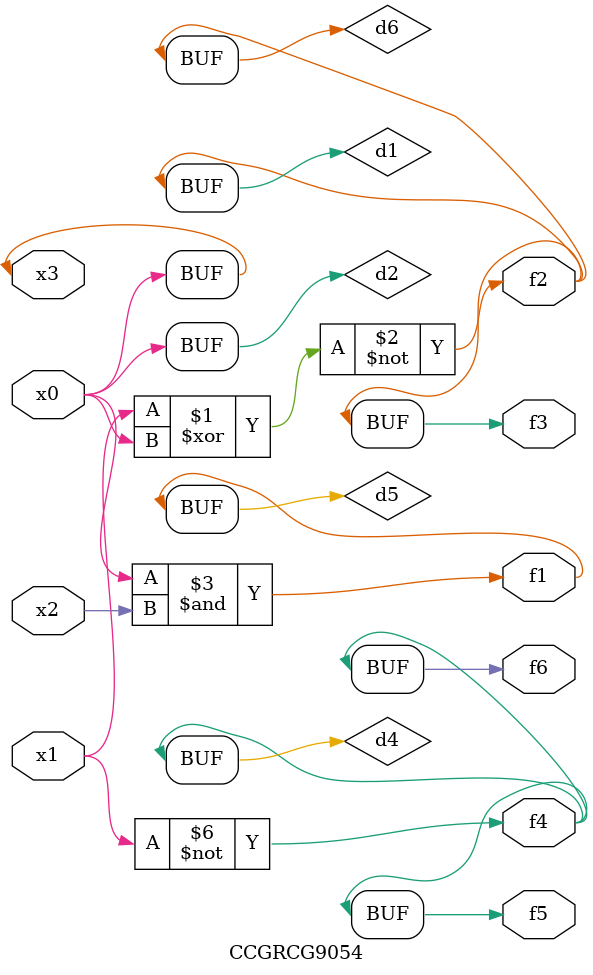
<source format=v>
module CCGRCG9054(
	input x0, x1, x2, x3,
	output f1, f2, f3, f4, f5, f6
);

	wire d1, d2, d3, d4, d5, d6;

	xnor (d1, x1, x3);
	buf (d2, x0, x3);
	nand (d3, x0, x2);
	not (d4, x1);
	nand (d5, d3);
	or (d6, d1);
	assign f1 = d5;
	assign f2 = d6;
	assign f3 = d6;
	assign f4 = d4;
	assign f5 = d4;
	assign f6 = d4;
endmodule

</source>
